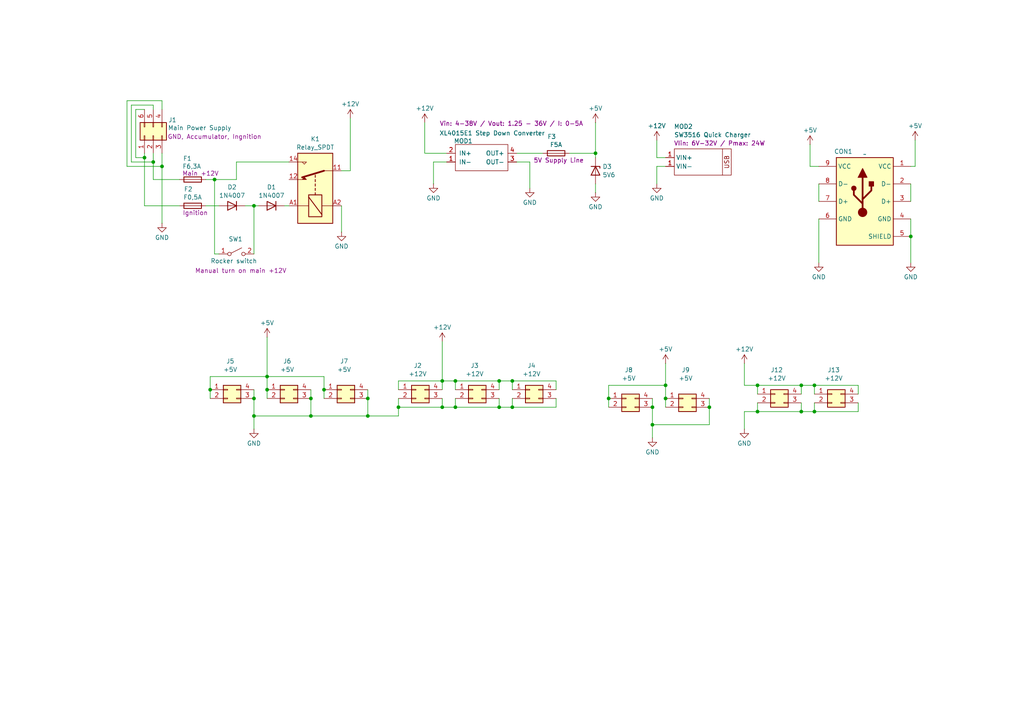
<source format=kicad_sch>
(kicad_sch (version 20231120) (generator "eeschema") (generator_version "8.0")
  (paper "A4")
  (lib_symbols
    (symbol "Connector_Generic:Conn_02x02_Counter_Clockwise" (pin_names (offset 1.016) hide)
      (property "Reference" "J" (at 1.27 2.54 0))
      (property "Value" "Conn_02x02_Counter_Clockwise" (at 1.27 -5.08 0))
      (symbol "Conn_02x02_Counter_Clockwise_1_1"
        (rectangle (start -1.27 -2.413) (end 0 -2.667) (stroke (width 0.1524)))
        (rectangle (start -1.27 0.127) (end 0 -0.127) (stroke (width 0.1524)))
        (rectangle (start -1.27 1.27) (end 3.81 -3.81) (stroke (width 0.254)) (fill (type background)))
        (rectangle (start 3.81 -2.413) (end 2.54 -2.667) (stroke (width 0.1524)))
        (rectangle (start 3.81 0.127) (end 2.54 -0.127) (stroke (width 0.1524)))
        (pin passive line (at -5.08 0 0) (length 3.81) (name "Pin_1") (number "1"))
        (pin passive line (at -5.08 -2.54 0) (length 3.81) (name "Pin_2") (number "2"))
        (pin passive line (at 7.62 -2.54 180) (length 3.81) (name "Pin_3") (number "3"))
        (pin passive line (at 7.62 0 180) (length 3.81) (name "Pin_4") (number "4"))
      )
    )
    (symbol "Connector_Generic:Conn_02x03_Counter_Clockwise" (pin_names (offset 1.016) hide)
      (property "Reference" "J" (at 1.27 5.08 0))
      (property "Value" "Conn_02x03_Counter_Clockwise" (at 1.27 -5.08 0))
      (symbol "Conn_02x03_Counter_Clockwise_1_1"
        (rectangle (start -1.27 -2.413) (end 0 -2.667) (stroke (width 0.1524)))
        (rectangle (start -1.27 0.127) (end 0 -0.127) (stroke (width 0.1524)))
        (rectangle (start -1.27 2.667) (end 0 2.413) (stroke (width 0.1524)))
        (rectangle (start -1.27 3.81) (end 3.81 -3.81) (stroke (width 0.254)) (fill (type background)))
        (rectangle (start 3.81 -2.413) (end 2.54 -2.667) (stroke (width 0.1524)))
        (rectangle (start 3.81 0.127) (end 2.54 -0.127) (stroke (width 0.1524)))
        (rectangle (start 3.81 2.667) (end 2.54 2.413) (stroke (width 0.1524)))
        (pin passive line (at -5.08 2.54 0) (length 3.81) (name "Pin_1") (number "1"))
        (pin passive line (at -5.08 0 0) (length 3.81) (name "Pin_2") (number "2"))
        (pin passive line (at -5.08 -2.54 0) (length 3.81) (name "Pin_3") (number "3"))
        (pin passive line (at 7.62 -2.54 180) (length 3.81) (name "Pin_4") (number "4"))
        (pin passive line (at 7.62 0 180) (length 3.81) (name "Pin_5") (number "5"))
        (pin passive line (at 7.62 2.54 180) (length 3.81) (name "Pin_6") (number "6"))
      )
    )
    (symbol "Device:D" (pin_numbers hide) (pin_names (offset 1.016) hide)
      (property "Reference" "D" (at 0 2.54 0))
      (property "Value" "D" (at 0 -2.54 0))
      (symbol "D_0_1"
        (polyline (pts (xy -1.27 1.27) (xy -1.27 -1.27)) (stroke (width 0.254)))
        (polyline (pts (xy 1.27 0) (xy -1.27 0)))
        (polyline (pts (xy 1.27 1.27) (xy 1.27 -1.27) (xy -1.27 0) (xy 1.27 1.27)) (stroke (width 0.254)))
      )
      (symbol "D_1_1"
        (pin passive line (at -3.81 0 0) (length 2.54) (name "K") (number "1"))
        (pin passive line (at 3.81 0 180) (length 2.54) (name "A") (number "2"))
      )
    )
    (symbol "Device:D_Zener" (pin_numbers hide) (pin_names (offset 1.016) hide)
      (property "Reference" "D" (at 0 2.54 0))
      (property "Value" "D_Zener" (at 0 -2.54 0))
      (symbol "D_Zener_0_1"
        (polyline (pts (xy 1.27 0) (xy -1.27 0)))
        (polyline (pts (xy -1.27 -1.27) (xy -1.27 1.27) (xy -0.762 1.27)) (stroke (width 0.254)))
        (polyline (pts (xy 1.27 -1.27) (xy 1.27 1.27) (xy -1.27 0) (xy 1.27 -1.27)) (stroke (width 0.254)))
      )
      (symbol "D_Zener_1_1"
        (pin passive line (at -3.81 0 0) (length 2.54) (name "K") (number "1"))
        (pin passive line (at 3.81 0 180) (length 2.54) (name "A") (number "2"))
      )
    )
    (symbol "Device:Fuse" (pin_numbers hide) (pin_names (offset 0))
      (property "Reference" "F" (at 2.032 0 90))
      (property "Value" "Fuse" (at -1.905 0 90))
      (symbol "Fuse_0_1"
        (rectangle (start -0.762 -2.54) (end 0.762 2.54) (stroke (width 0.254)))
        (polyline (pts (xy 0 2.54) (xy 0 -2.54)))
      )
      (symbol "Fuse_1_1"
        (pin passive line (at 0 3.81 270) (length 1.27) (name "~") (number "1"))
        (pin passive line (at 0 -3.81 90) (length 1.27) (name "~") (number "2"))
      )
    )
    (symbol "My-Lib:Dual-USB-Connector"
      (property "Reference" "CON" (at -5.588 14.478 0))
      (symbol "Dual-USB-Connector_0_1"
        (rectangle (start -7.62 12.7) (end 8.89 -12.7) (stroke (width 0.254)) (fill (type background)))
        (circle (center -2.54 3.81) (radius 0.635) (stroke (width 0.254)) (fill (type outline)))
        (circle (center 0 -3.175) (radius 1.27) (fill (type outline)))
        (polyline (pts (xy 0 -3.175) (xy 0 6.985)) (stroke (width 0.508)))
        (polyline (pts (xy 0 -0.635) (xy -2.54 1.905) (xy -2.54 3.175)) (stroke (width 0.508)))
        (polyline (pts (xy 0 0.635) (xy 2.54 3.175) (xy 2.54 4.445)) (stroke (width 0.508)))
        (polyline (pts (xy -1.27 6.985) (xy 0 9.525) (xy 1.27 6.985) (xy -1.27 6.985)) (stroke (width 0.254)) (fill (type outline)))
        (rectangle (start 1.905 4.445) (end 3.175 5.715) (stroke (width 0.254)) (fill (type outline)))
      )
      (symbol "Dual-USB-Connector_1_1"
        (pin bidirectional line (at 13.97 10.16 180) (length 5.08) (name "VCC") (number "1"))
        (pin bidirectional line (at 13.97 5.08 180) (length 5.08) (name "D-") (number "2"))
        (pin bidirectional line (at 13.97 0 180) (length 5.08) (name "D+") (number "3"))
        (pin passive line (at 13.97 -5.08 180) (length 5.08) (name "GND") (number "4"))
        (pin passive line (at 13.97 -10.16 180) (length 5.08) (name "SHIELD") (number "5"))
        (pin passive line (at -12.7 -5.08 0) (length 5.08) (name "GND") (number "6"))
        (pin bidirectional line (at -12.7 0 0) (length 5.08) (name "D+") (number "7"))
        (pin bidirectional line (at -12.7 5.08 0) (length 5.08) (name "D-") (number "8"))
        (pin bidirectional line (at -12.7 10.16 0) (length 5.08) (name "VCC") (number "9"))
      )
    )
    (symbol "My-Lib:LM2596-Step-Down" (pin_names (offset 1.016))
      (property "Reference" "MOD" (at 1.27 1.27 0))
      (property "Value" "LM2596-Step-Down" (at 8.89 3.81 0))
      (symbol "LM2596-Step-Down_0_1"
        (rectangle (start 0 0) (end 15.24 -7.62))
      )
      (symbol "LM2596-Step-Down_1_1"
        (pin input line (at -2.54 -5.08 0) (length 2.54) (name "IN-") (number "1"))
        (pin input line (at -2.54 -2.54 0) (length 2.54) (name "IN+") (number "2"))
        (pin output line (at 17.78 -5.08 180) (length 2.54) (name "OUT-") (number "3"))
        (pin output line (at 17.78 -2.54 180) (length 2.54) (name "OUT+") (number "4"))
      )
    )
    (symbol "My-Lib:USB-Quick-Charger"
      (property "Reference" "MOD" (at -5.588 5.08 0))
      (symbol "USB-Quick-Charger_0_1"
        (rectangle (start -7.62 3.81) (end 8.89 -3.81))
        (polyline (pts (xy 6.35 3.81) (xy 6.35 -3.81)))
      )
      (symbol "USB-Quick-Charger_1_1"
        (text "USB" (at 7.62 0 900) (effects (font (size 1.27 1.27))))
        (pin input line (at -10.16 1.27 0) (length 2.54) (name "VIN+") (number "1"))
        (pin input line (at -10.16 -1.27 0) (length 2.54) (name "VIN-") (number "1"))
      )
    )
    (symbol "Relay:Relay_SPDT"
      (property "Reference" "K" (at 11.43 3.81 0))
      (property "Value" "Relay_SPDT" (at 11.43 1.27 0))
      (symbol "Relay_SPDT_0_0"
        (polyline (pts (xy 7.62 5.08) (xy 7.62 2.54) (xy 6.985 3.175) (xy 7.62 3.81)))
      )
      (symbol "Relay_SPDT_0_1"
        (rectangle (start -10.16 5.08) (end 10.16 -5.08) (stroke (width 0.254)) (fill (type background)))
        (rectangle (start -8.255 1.905) (end -1.905 -1.905) (stroke (width 0.254)))
        (polyline (pts (xy -7.62 -1.905) (xy -2.54 1.905)) (stroke (width 0.254)))
        (polyline (pts (xy -5.08 -5.08) (xy -5.08 -1.905)))
        (polyline (pts (xy -5.08 5.08) (xy -5.08 1.905)))
        (polyline (pts (xy -1.905 0) (xy -1.27 0)) (stroke (width 0.254)))
        (polyline (pts (xy -0.635 0) (xy 0 0)) (stroke (width 0.254)))
        (polyline (pts (xy 0.635 0) (xy 1.27 0)) (stroke (width 0.254)))
        (polyline (pts (xy 1.905 0) (xy 2.54 0)) (stroke (width 0.254)))
        (polyline (pts (xy 3.175 0) (xy 3.81 0)) (stroke (width 0.254)))
        (polyline (pts (xy 5.08 -2.54) (xy 3.175 3.81)) (stroke (width 0.508)))
        (polyline (pts (xy 5.08 -2.54) (xy 5.08 -5.08)))
        (polyline (pts (xy 2.54 5.08) (xy 2.54 2.54) (xy 3.175 3.175) (xy 2.54 3.81)) (fill (type outline)))
      )
      (symbol "Relay_SPDT_1_1"
        (pin passive line (at 5.08 -7.62 90) (length 2.54) (name "~") (number "11"))
        (pin passive line (at 2.54 7.62 270) (length 2.54) (name "~") (number "12"))
        (pin passive line (at 7.62 7.62 270) (length 2.54) (name "~") (number "14"))
        (pin passive line (at -5.08 7.62 270) (length 2.54) (name "~") (number "A1"))
        (pin passive line (at -5.08 -7.62 90) (length 2.54) (name "~") (number "A2"))
      )
    )
    (symbol "Switch:SW_SPST" (pin_names (offset 0) hide)
      (property "Reference" "SW" (at 0 3.175 0))
      (property "Value" "SW_SPST" (at 0 -2.54 0))
      (symbol "SW_SPST_0_0"
        (circle (center -2.032 0) (radius 0.508))
        (polyline (pts (xy -1.524 0.254) (xy 1.524 1.778)))
        (circle (center 2.032 0) (radius 0.508))
      )
      (symbol "SW_SPST_1_1"
        (pin passive line (at -5.08 0 0) (length 2.54) (name "A") (number "1"))
        (pin passive line (at 5.08 0 180) (length 2.54) (name "B") (number "2"))
      )
    )
    (symbol "power:+12V" (power) (pin_numbers hide) (pin_names (offset 0) hide)
      (property "Value" "+12V" (at 0 3.556 0))
      (symbol "+12V_0_1"
        (polyline (pts (xy -0.762 1.27) (xy 0 2.54)))
        (polyline (pts (xy 0 0) (xy 0 2.54)))
        (polyline (pts (xy 0 2.54) (xy 0.762 1.27)))
      )
      (symbol "+12V_1_1"
        (pin power_in line (at 0 0 90) (length 0) (name "~") (number "1"))
      )
    )
    (symbol "power:+5V" (power) (pin_numbers hide) (pin_names (offset 0) hide)
      (property "Value" "+5V" (at 0 3.556 0))
      (symbol "+5V_0_1"
        (polyline (pts (xy -0.762 1.27) (xy 0 2.54)))
        (polyline (pts (xy 0 0) (xy 0 2.54)))
        (polyline (pts (xy 0 2.54) (xy 0.762 1.27)))
      )
      (symbol "+5V_1_1"
        (pin power_in line (at 0 0 90) (length 0) (name "~") (number "1"))
      )
    )
    (symbol "power:GND" (power) (pin_numbers hide) (pin_names (offset 0) hide)
      (property "Value" "GND" (at 0 -3.81 0))
      (symbol "GND_0_1"
        (polyline (pts (xy 0 0) (xy 0 -1.27) (xy 1.27 -1.27) (xy 0 -2.54) (xy -1.27 -1.27) (xy 0 -1.27)))
      )
      (symbol "GND_1_1"
        (pin power_in line (at 0 0 270) (length 0) (name "~") (number "1"))
      )
    )
  )
  (junction (at 44.45 46.99))
  (junction (at 176.53 115.57))
  (junction (at 60.96 113.03))
  (junction (at 219.71 119.38))
  (junction (at 128.27 110.49))
  (junction (at 128.27 118.11))
  (junction (at 132.08 118.11))
  (junction (at 232.41 111.76))
  (junction (at 115.57 118.11))
  (junction (at 106.68 115.57))
  (junction (at 46.99 48.26))
  (junction (at 144.78 110.49))
  (junction (at 73.66 115.57))
  (junction (at 132.08 110.49))
  (junction (at 90.17 120.65))
  (junction (at 236.22 111.76))
  (junction (at 232.41 119.38))
  (junction (at 90.17 115.57))
  (junction (at 148.59 110.49))
  (junction (at 193.04 111.76))
  (junction (at 73.66 120.65))
  (junction (at 172.72 44.45))
  (junction (at 62.23 52.07))
  (junction (at 205.74 118.11))
  (junction (at 189.23 118.11))
  (junction (at 93.98 113.03))
  (junction (at 264.16 68.58))
  (junction (at 106.68 120.65))
  (junction (at 41.91 45.72))
  (junction (at 219.71 111.76))
  (junction (at 144.78 118.11))
  (junction (at 148.59 118.11))
  (junction (at 77.47 109.22))
  (junction (at 236.22 119.38))
  (junction (at 77.47 113.03))
  (junction (at 189.23 123.19))
  (junction (at 73.66 59.69))
  (junction (at 193.04 115.57))
  (wire (pts (xy 39.37 45.72) (xy 39.37 31.75)))
  (wire (pts (xy 60.96 109.22) (xy 77.47 109.22)))
  (wire (pts (xy 128.27 115.57) (xy 128.27 118.11)))
  (wire (pts (xy 193.04 111.76) (xy 193.04 115.57)))
  (wire (pts (xy 129.54 46.99) (xy 125.73 46.99)))
  (wire (pts (xy 190.5 48.26) (xy 190.5 53.34)))
  (wire (pts (xy 106.68 115.57) (xy 106.68 113.03)))
  (wire (pts (xy 46.99 44.45) (xy 46.99 48.26)))
  (wire (pts (xy 128.27 118.11) (xy 132.08 118.11)))
  (wire (pts (xy 144.78 110.49) (xy 148.59 110.49)))
  (wire (pts (xy 82.55 59.69) (xy 83.82 59.69)))
  (wire (pts (xy 237.49 48.26) (xy 234.95 48.26)))
  (wire (pts (xy 237.49 53.34) (xy 237.49 58.42)))
  (wire (pts (xy 99.06 59.69) (xy 99.06 67.31)))
  (wire (pts (xy 176.53 115.57) (xy 176.53 118.11)))
  (wire (pts (xy 44.45 52.07) (xy 44.45 46.99)))
  (wire (pts (xy 236.22 111.76) (xy 248.92 111.76)))
  (wire (pts (xy 161.29 118.11) (xy 161.29 115.57)))
  (wire (pts (xy 189.23 115.57) (xy 189.23 118.11)))
  (wire (pts (xy 232.41 119.38) (xy 236.22 119.38)))
  (wire (pts (xy 73.66 115.57) (xy 73.66 120.65)))
  (wire (pts (xy 219.71 119.38) (xy 232.41 119.38)))
  (wire (pts (xy 125.73 46.99) (xy 125.73 53.34)))
  (wire (pts (xy 264.16 53.34) (xy 264.16 58.42)))
  (wire (pts (xy 128.27 110.49) (xy 132.08 110.49)))
  (wire (pts (xy 41.91 45.72) (xy 39.37 45.72)))
  (wire (pts (xy 193.04 45.72) (xy 190.5 45.72)))
  (wire (pts (xy 148.59 113.03) (xy 148.59 110.49)))
  (wire (pts (xy 52.07 59.69) (xy 41.91 59.69)))
  (wire (pts (xy 189.23 123.19) (xy 189.23 127)))
  (wire (pts (xy 148.59 118.11) (xy 161.29 118.11)))
  (wire (pts (xy 219.71 119.38) (xy 215.9 119.38)))
  (wire (pts (xy 52.07 52.07) (xy 44.45 52.07)))
  (wire (pts (xy 99.06 49.53) (xy 101.6 49.53)))
  (wire (pts (xy 62.23 52.07) (xy 68.58 52.07)))
  (wire (pts (xy 90.17 120.65) (xy 90.17 115.57)))
  (wire (pts (xy 172.72 44.45) (xy 172.72 35.56)))
  (wire (pts (xy 77.47 109.22) (xy 93.98 109.22)))
  (wire (pts (xy 232.41 111.76) (xy 236.22 111.76)))
  (wire (pts (xy 189.23 123.19) (xy 205.74 123.19)))
  (wire (pts (xy 36.83 29.21) (xy 46.99 29.21)))
  (wire (pts (xy 236.22 114.3) (xy 236.22 111.76)))
  (wire (pts (xy 73.66 113.03) (xy 73.66 115.57)))
  (wire (pts (xy 172.72 53.34) (xy 172.72 55.88)))
  (wire (pts (xy 219.71 114.3) (xy 219.71 111.76)))
  (wire (pts (xy 153.67 46.99) (xy 149.86 46.99)))
  (wire (pts (xy 59.69 52.07) (xy 62.23 52.07)))
  (wire (pts (xy 106.68 120.65) (xy 115.57 120.65)))
  (wire (pts (xy 264.16 63.5) (xy 264.16 68.58)))
  (wire (pts (xy 248.92 119.38) (xy 248.92 116.84)))
  (wire (pts (xy 46.99 48.26) (xy 36.83 48.26)))
  (wire (pts (xy 44.45 46.99) (xy 44.45 44.45)))
  (wire (pts (xy 190.5 45.72) (xy 190.5 40.64)))
  (wire (pts (xy 60.96 113.03) (xy 60.96 109.22)))
  (wire (pts (xy 128.27 118.11) (xy 115.57 118.11)))
  (wire (pts (xy 44.45 31.75) (xy 44.45 30.48)))
  (wire (pts (xy 46.99 29.21) (xy 46.99 31.75)))
  (wire (pts (xy 101.6 49.53) (xy 101.6 34.29)))
  (wire (pts (xy 93.98 109.22) (xy 93.98 113.03)))
  (wire (pts (xy 248.92 111.76) (xy 248.92 114.3)))
  (wire (pts (xy 38.1 30.48) (xy 38.1 46.99)))
  (wire (pts (xy 90.17 120.65) (xy 106.68 120.65)))
  (wire (pts (xy 44.45 30.48) (xy 38.1 30.48)))
  (wire (pts (xy 132.08 113.03) (xy 132.08 110.49)))
  (wire (pts (xy 161.29 110.49) (xy 161.29 113.03)))
  (wire (pts (xy 237.49 63.5) (xy 237.49 76.2)))
  (wire (pts (xy 205.74 123.19) (xy 205.74 118.11)))
  (wire (pts (xy 144.78 110.49) (xy 144.78 113.03)))
  (wire (pts (xy 68.58 52.07) (xy 68.58 46.99)))
  (wire (pts (xy 193.04 105.41) (xy 193.04 111.76)))
  (wire (pts (xy 215.9 111.76) (xy 219.71 111.76)))
  (wire (pts (xy 176.53 115.57) (xy 176.53 111.76)))
  (wire (pts (xy 144.78 118.11) (xy 144.78 115.57)))
  (wire (pts (xy 73.66 59.69) (xy 73.66 73.66)))
  (wire (pts (xy 236.22 119.38) (xy 248.92 119.38)))
  (wire (pts (xy 115.57 118.11) (xy 115.57 115.57)))
  (wire (pts (xy 132.08 115.57) (xy 132.08 118.11)))
  (wire (pts (xy 234.95 48.26) (xy 234.95 41.91)))
  (wire (pts (xy 219.71 116.84) (xy 219.71 119.38)))
  (wire (pts (xy 38.1 46.99) (xy 44.45 46.99)))
  (wire (pts (xy 165.1 44.45) (xy 172.72 44.45)))
  (wire (pts (xy 60.96 113.03) (xy 60.96 115.57)))
  (wire (pts (xy 219.71 111.76) (xy 232.41 111.76)))
  (wire (pts (xy 62.23 52.07) (xy 62.23 73.66)))
  (wire (pts (xy 115.57 113.03) (xy 115.57 110.49)))
  (wire (pts (xy 148.59 115.57) (xy 148.59 118.11)))
  (wire (pts (xy 39.37 31.75) (xy 41.91 31.75)))
  (wire (pts (xy 236.22 116.84) (xy 236.22 119.38)))
  (wire (pts (xy 73.66 120.65) (xy 90.17 120.65)))
  (wire (pts (xy 63.5 73.66) (xy 62.23 73.66)))
  (wire (pts (xy 232.41 119.38) (xy 232.41 116.84)))
  (wire (pts (xy 153.67 54.61) (xy 153.67 46.99)))
  (wire (pts (xy 232.41 111.76) (xy 232.41 114.3)))
  (wire (pts (xy 77.47 113.03) (xy 77.47 115.57)))
  (wire (pts (xy 74.93 59.69) (xy 73.66 59.69)))
  (wire (pts (xy 172.72 44.45) (xy 172.72 45.72)))
  (wire (pts (xy 115.57 120.65) (xy 115.57 118.11)))
  (wire (pts (xy 59.69 59.69) (xy 63.5 59.69)))
  (wire (pts (xy 149.86 44.45) (xy 157.48 44.45)))
  (wire (pts (xy 106.68 120.65) (xy 106.68 115.57)))
  (wire (pts (xy 41.91 45.72) (xy 41.91 44.45)))
  (wire (pts (xy 36.83 48.26) (xy 36.83 29.21)))
  (wire (pts (xy 176.53 111.76) (xy 193.04 111.76)))
  (wire (pts (xy 215.9 105.41) (xy 215.9 111.76)))
  (wire (pts (xy 132.08 118.11) (xy 144.78 118.11)))
  (wire (pts (xy 90.17 115.57) (xy 90.17 113.03)))
  (wire (pts (xy 189.23 118.11) (xy 189.23 123.19)))
  (wire (pts (xy 193.04 48.26) (xy 190.5 48.26)))
  (wire (pts (xy 205.74 118.11) (xy 205.74 115.57)))
  (wire (pts (xy 129.54 44.45) (xy 123.19 44.45)))
  (wire (pts (xy 46.99 48.26) (xy 46.99 64.77)))
  (wire (pts (xy 73.66 59.69) (xy 71.12 59.69)))
  (wire (pts (xy 68.58 46.99) (xy 83.82 46.99)))
  (wire (pts (xy 132.08 110.49) (xy 144.78 110.49)))
  (wire (pts (xy 77.47 109.22) (xy 77.47 113.03)))
  (wire (pts (xy 148.59 110.49) (xy 161.29 110.49)))
  (wire (pts (xy 215.9 119.38) (xy 215.9 124.46)))
  (wire (pts (xy 123.19 44.45) (xy 123.19 35.56)))
  (wire (pts (xy 41.91 59.69) (xy 41.91 45.72)))
  (wire (pts (xy 73.66 120.65) (xy 73.66 124.46)))
  (wire (pts (xy 264.16 48.26) (xy 265.43 48.26)))
  (wire (pts (xy 264.16 68.58) (xy 264.16 76.2)))
  (wire (pts (xy 128.27 99.06) (xy 128.27 110.49)))
  (wire (pts (xy 77.47 97.79) (xy 77.47 109.22)))
  (wire (pts (xy 193.04 115.57) (xy 193.04 118.11)))
  (wire (pts (xy 93.98 113.03) (xy 93.98 115.57)))
  (wire (pts (xy 128.27 110.49) (xy 128.27 113.03)))
  (wire (pts (xy 115.57 110.49) (xy 128.27 110.49)))
  (wire (pts (xy 265.43 48.26) (xy 265.43 40.64)))
  (wire (pts (xy 144.78 118.11) (xy 148.59 118.11)))
  (symbol (lib_id "power:GND") (at 99.06 67.31 0) (unit 1)
    (property "Reference" "#PWR04" (effects (hide yes)))
    (property "Value" "GND" (at 99.06 71.4431 0))
    (property "Description" "Power symbol creates a global label with name \"GND\" , ground" (effects (hide yes)))
  )
  (symbol (lib_id "Device:Fuse") (at 55.88 52.07 90) (unit 1)
    (property "Reference" "F1" (at 54.356 45.974 90))
    (property "Value" "F6,3A" (at 55.626 48.26 90))
    (property "Description" "Main +12V" (at 58.166 50.292 90))
  )
  (symbol (lib_id "My-Lib:Dual-USB-Connector") (at 250.19 58.42 0) (unit 1)
    (property "Reference" "CON1" (at 244.602 43.942 0))
    (property "Value" "~" (at 250.825 44.7429 0))
  )
  (symbol (lib_id "power:+5V") (at 193.04 105.41 0) (unit 1)
    (property "Reference" "#PWR018" (effects (hide yes)))
    (property "Value" "+5V" (at 193.04 101.2769 0))
    (property "Description" "Power symbol creates a global label with name \"+5V\"" (effects (hide yes)))
  )
  (symbol (lib_id "power:GND") (at 190.5 53.34 0) (unit 1)
    (property "Reference" "#PWR06" (effects (hide yes)))
    (property "Value" "GND" (at 190.5 57.4731 0))
    (property "Description" "Power symbol creates a global label with name \"GND\" , ground" (effects (hide yes)))
  )
  (symbol (lib_id "power:+12V") (at 128.27 99.06 0) (unit 1)
    (property "Reference" "#PWR015" (effects (hide yes)))
    (property "Value" "+12V" (at 128.27 94.9269 0))
    (property "Description" "Power symbol creates a global label with name \"+12V\"" (effects (hide yes)))
  )
  (symbol (lib_id "Connector_Generic:Conn_02x02_Counter_Clockwise") (at 153.67 113.03 0) (unit 1)
    (property "Reference" "J4" (at 154.178 106.0337 0))
    (property "Value" "+12V" (at 154.178 108.458 0))
  )
  (symbol (lib_id "Connector_Generic:Conn_02x02_Counter_Clockwise") (at 99.06 113.03 0) (unit 1)
    (property "Reference" "J7" (at 99.822 104.7637 0))
    (property "Value" "+5V" (at 99.822 107.188 0))
  )
  (symbol (lib_id "Connector_Generic:Conn_02x02_Counter_Clockwise") (at 241.3 114.3 0) (unit 1)
    (property "Reference" "J13" (at 241.808 107.3037 0))
    (property "Value" "+12V" (at 241.808 109.728 0))
  )
  (symbol (lib_id "Device:Fuse") (at 55.88 59.69 90) (unit 1)
    (property "Reference" "F2" (at 54.61 54.864 90))
    (property "Value" "F0,5A" (at 55.88 57.2078 90))
    (property "Description" "Ignition" (at 56.642 61.722 90))
  )
  (symbol (lib_id "power:+5V") (at 234.95 41.91 0) (unit 1)
    (property "Reference" "#PWR010" (effects (hide yes)))
    (property "Value" "+5V" (at 234.95 37.7769 0))
    (property "Description" "Power symbol creates a global label with name \"+5V\"" (effects (hide yes)))
  )
  (symbol (lib_id "power:+12V") (at 123.19 35.56 0) (unit 1)
    (property "Reference" "#PWR05" (effects (hide yes)))
    (property "Value" "+12V" (at 123.19 31.4269 0))
    (property "Description" "Power symbol creates a global label with name \"+12V\"" (effects (hide yes)))
  )
  (symbol (lib_id "Connector_Generic:Conn_02x02_Counter_Clockwise") (at 120.65 113.03 0) (unit 1)
    (property "Reference" "J2" (at 121.158 106.0337 0))
    (property "Value" "+12V" (at 121.158 108.458 0))
  )
  (symbol (lib_id "Connector_Generic:Conn_02x02_Counter_Clockwise") (at 66.04 113.03 0) (unit 1)
    (property "Reference" "J5" (at 66.802 104.7637 0))
    (property "Value" "+5V" (at 66.802 107.188 0))
  )
  (symbol (lib_id "power:+12V") (at 190.5 40.64 0) (unit 1)
    (property "Reference" "#PWR09" (effects (hide yes)))
    (property "Value" "+12V" (at 190.5 36.5069 0))
    (property "Description" "Power symbol creates a global label with name \"+12V\"" (effects (hide yes)))
  )
  (symbol (lib_id "power:+5V") (at 77.47 97.79 0) (unit 1)
    (property "Reference" "#PWR016" (effects (hide yes)))
    (property "Value" "+5V" (at 77.47 93.6569 0))
    (property "Description" "Power symbol creates a global label with name \"+5V\"" (effects (hide yes)))
  )
  (symbol (lib_id "power:GND") (at 237.49 76.2 0) (unit 1)
    (property "Reference" "#PWR012" (effects (hide yes)))
    (property "Value" "GND" (at 237.49 80.3331 0))
    (property "Description" "Power symbol creates a global label with name \"GND\" , ground" (effects (hide yes)))
  )
  (symbol (lib_id "Device:D") (at 67.31 59.69 180) (unit 1)
    (property "Reference" "D2" (at 67.31 54.2755 0))
    (property "Value" "1N4007" (at 67.31 56.6998 0))
    (property "Description" "Diode" (effects (hide yes)))
    (property "Sim.Device" "D" (effects (hide yes)))
    (property "Sim.Pins" "1=K 2=A" (effects (hide yes)))
  )
  (symbol (lib_id "power:GND") (at 153.67 54.61 0) (unit 1)
    (property "Reference" "#PWR07" (effects (hide yes)))
    (property "Value" "GND" (at 153.67 58.7431 0))
    (property "Description" "Power symbol creates a global label with name \"GND\" , ground" (effects (hide yes)))
  )
  (symbol (lib_id "power:GND") (at 46.99 64.77 0) (unit 1)
    (property "Reference" "#PWR02" (effects (hide yes)))
    (property "Value" "GND" (at 46.99 68.9031 0))
    (property "Description" "Power symbol creates a global label with name \"GND\" , ground" (effects (hide yes)))
  )
  (symbol (lib_id "power:GND") (at 125.73 53.34 0) (unit 1)
    (property "Reference" "#PWR08" (effects (hide yes)))
    (property "Value" "GND" (at 125.73 57.4731 0))
    (property "Description" "Power symbol creates a global label with name \"GND\" , ground" (effects (hide yes)))
  )
  (symbol (lib_id "My-Lib:LM2596-Step-Down") (at 132.08 41.91 0) (unit 1)
    (property "Reference" "MOD1" (at 134.366 40.894 0))
    (property "Value" "XL4015E1 Step Down Converter" (at 142.748 38.608 0))
    (property "Description" "Vin: 4-38V / Vout: 1.25 - 36V / I: 0-5A" (at 148.336 35.814 0))
  )
  (symbol (lib_id "Connector_Generic:Conn_02x02_Counter_Clockwise") (at 198.12 115.57 0) (unit 1)
    (property "Reference" "J9" (at 198.882 107.3037 0))
    (property "Value" "+5V" (at 198.882 109.728 0))
  )
  (symbol (lib_id "power:GND") (at 264.16 76.2 0) (unit 1)
    (property "Reference" "#PWR013" (effects (hide yes)))
    (property "Value" "GND" (at 264.16 80.3331 0))
    (property "Description" "Power symbol creates a global label with name \"GND\" , ground" (effects (hide yes)))
  )
  (symbol (lib_id "Device:Fuse") (at 161.29 44.45 90) (unit 1)
    (property "Reference" "F3" (at 160.02 39.624 90))
    (property "Value" "F5A" (at 161.29 41.9678 90))
    (property "Description" "5V Supply Line" (at 162.052 46.482 90))
  )
  (symbol (lib_id "power:+12V") (at 101.6 34.29 0) (unit 1)
    (property "Reference" "#PWR03" (effects (hide yes)))
    (property "Value" "+12V" (at 101.6 30.1569 0))
    (property "Description" "Power symbol creates a global label with name \"+12V\"" (effects (hide yes)))
  )
  (symbol (lib_id "Connector_Generic:Conn_02x02_Counter_Clockwise") (at 181.61 115.57 0) (unit 1)
    (property "Reference" "J8" (at 182.372 107.3037 0))
    (property "Value" "+5V" (at 182.372 109.728 0))
  )
  (symbol (lib_id "power:+5V") (at 172.72 35.56 0) (unit 1)
    (property "Reference" "#PWR01" (effects (hide yes)))
    (property "Value" "+5V" (at 172.72 31.4269 0))
    (property "Description" "Power symbol creates a global label with name \"+5V\"" (effects (hide yes)))
  )
  (symbol (lib_id "Connector_Generic:Conn_02x02_Counter_Clockwise") (at 224.79 114.3 0) (unit 1)
    (property "Reference" "J12" (at 225.298 107.3037 0))
    (property "Value" "+12V" (at 225.298 109.728 0))
  )
  (symbol (lib_id "My-Lib:USB-Quick-Charger") (at 203.2 46.99 0) (unit 1)
    (property "Reference" "MOD2" (at 195.453 36.6917 0) (effects (justify left)))
    (property "Value" " SW3516 Quick Charger" (at 194.564 39.116 0) (effects (justify left)))
    (property "Description" "VIin: 6V-32V / Pmax: 24W" (at 195.453 41.5403 0) (effects (justify left)))
  )
  (symbol (lib_id "power:+12V") (at 215.9 105.41 0) (unit 1)
    (property "Reference" "#PWR019" (effects (hide yes)))
    (property "Value" "+12V" (at 215.9 101.2769 0))
    (property "Description" "Power symbol creates a global label with name \"+12V\"" (effects (hide yes)))
  )
  (symbol (lib_id "power:GND") (at 172.72 55.88 0) (unit 1)
    (property "Reference" "#PWR021" (effects (hide yes)))
    (property "Value" "GND" (at 172.72 60.0131 0))
    (property "Description" "Power symbol creates a global label with name \"GND\" , ground" (effects (hide yes)))
  )
  (symbol (lib_id "power:+5V") (at 265.43 40.64 0) (unit 1)
    (property "Reference" "#PWR011" (effects (hide yes)))
    (property "Value" "+5V" (at 265.43 36.5069 0))
    (property "Description" "Power symbol creates a global label with name \"+5V\"" (effects (hide yes)))
  )
  (symbol (lib_id "power:GND") (at 189.23 127 0) (unit 1)
    (property "Reference" "#PWR017" (effects (hide yes)))
    (property "Value" "GND" (at 189.23 131.1331 0))
    (property "Description" "Power symbol creates a global label with name \"GND\" , ground" (effects (hide yes)))
  )
  (symbol (lib_id "Device:D") (at 78.74 59.69 180) (unit 1)
    (property "Reference" "D1" (at 78.74 54.2755 0))
    (property "Value" "1N4007" (at 78.74 56.6998 0))
    (property "Description" "Diode" (effects (hide yes)))
    (property "Sim.Device" "D" (effects (hide yes)))
    (property "Sim.Pins" "1=K 2=A" (effects (hide yes)))
  )
  (symbol (lib_id "Connector_Generic:Conn_02x02_Counter_Clockwise") (at 137.16 113.03 0) (unit 1)
    (property "Reference" "J3" (at 137.668 106.0337 0))
    (property "Value" "+12V" (at 137.668 108.458 0))
  )
  (symbol (lib_id "power:GND") (at 73.66 124.46 0) (unit 1)
    (property "Reference" "#PWR014" (effects (hide yes)))
    (property "Value" "GND" (at 73.66 128.5931 0))
    (property "Description" "Power symbol creates a global label with name \"GND\" , ground" (effects (hide yes)))
  )
  (symbol (lib_id "Switch:SW_SPST") (at 68.58 73.66 0) (unit 1)
    (property "Reference" "SW1" (at 68.326 69.342 0))
    (property "Value" "Rocker switch" (at 67.818 75.692 0))
    (property "Description" "Manual turn on main +12V" (at 69.85 78.486 0))
  )
  (symbol (lib_id "power:GND") (at 215.9 124.46 0) (unit 1)
    (property "Reference" "#PWR020" (effects (hide yes)))
    (property "Value" "GND" (at 215.9 128.5931 0))
    (property "Description" "Power symbol creates a global label with name \"GND\" , ground" (effects (hide yes)))
  )
  (symbol (lib_id "Relay:Relay_SPDT") (at 91.44 54.61 90) (unit 1)
    (property "Reference" "K1" (at 91.44 40.3055 90))
    (property "Value" "Relay_SPDT" (at 91.44 42.7298 90))
    (property "Description" "Monostable Relay SPDT, EN50005" (effects (hide yes)))
  )
  (symbol (lib_id "Connector_Generic:Conn_02x03_Counter_Clockwise") (at 44.45 39.37 90) (unit 1)
    (property "Reference" "J1" (at 50.038 34.798 90))
    (property "Value" "Main Power Supply" (at 57.912 37.084 90))
    (property "Description" "GND, Accumulator, Ingnition" (at 62.23 39.624 90))
  )
  (symbol (lib_id "Connector_Generic:Conn_02x02_Counter_Clockwise") (at 82.55 113.03 0) (unit 1)
    (property "Reference" "J6" (at 83.312 104.7637 0))
    (property "Value" "+5V" (at 83.312 107.188 0))
  )
  (symbol (lib_id "Device:D_Zener") (at 172.72 49.53 270) (unit 1)
    (property "Reference" "D3" (at 174.752 48.3178 90) (effects (justify left)))
    (property "Value" "5V6" (at 174.752 50.7421 90) (effects (justify left)))
    (property "Description" "Zener diode" (effects (hide yes)))
  )
)
</source>
